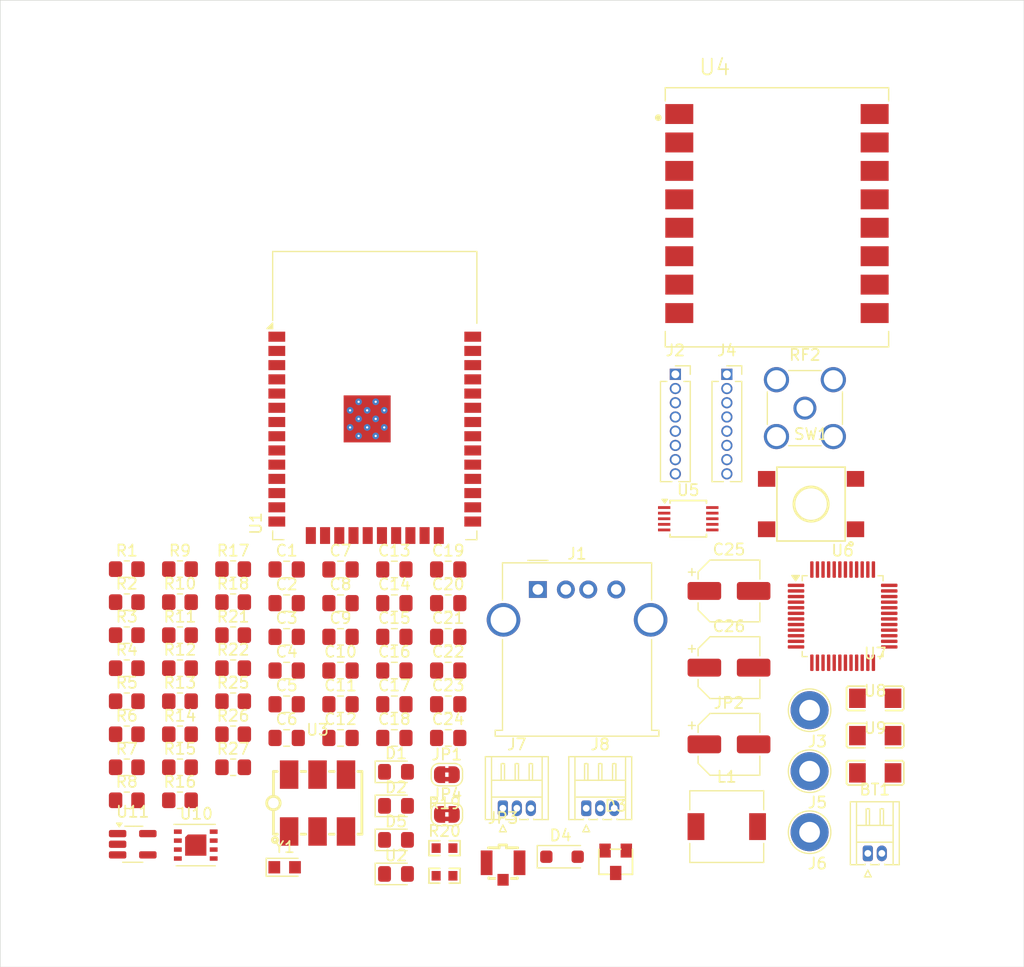
<source format=kicad_pcb>
(kicad_pcb (version 20240108) (generator "pcbnew") (generator_version "8.0")
  (layers (0 "F.Cu" signal) (31 "B.Cu" signal) (34 "B.Paste" user) (35 "F.Paste" user) (36 "B.SilkS" user "B.Silkscreen") (37 "F.SilkS" user "F.Silkscreen") (38 "B.Mask" user) (39 "F.Mask" user) (44 "Edge.Cuts" user))
  (net 0 "")
  (net 1 "GND")
  (net 2 "V_BAT")
  (net 3 "+3.3V")
  (net 4 "Net-(JP2-B)")
  (net 5 "Net-(JP4-B)")
  (net 6 "/{slash}RST")
  (net 7 "Net-(U6-VCCA)")
  (net 8 "Net-(U6-VPLL)")
  (net 9 "Net-(U6-VPHY)")
  (net 10 "Net-(U6-~{RESET})")
  (net 11 "Net-(U6-XCSI)")
  (net 12 "Net-(U6-XCSO)")
  (net 13 "/5V_usb")
  (net 14 "Net-(U10-REF)")
  (net 15 "5V_BAT")
  (net 16 "Net-(D1-A)")
  (net 17 "/BOOT")
  (net 18 "Net-(D2-A)")
  (net 19 "/dp")
  (net 20 "/dm")
  (net 21 "Net-(D4-A)")
  (net 22 "Net-(D5-K)")
  (net 23 "Net-(D5-A)")
  (net 24 "GNDPWR")
  (net 25 "/DIO5")
  (net 26 "/DIO1")
  (net 27 "/DIO4")
  (net 28 "/DIO2")
  (net 29 "/DIO0")
  (net 30 "/DIO3")
  (net 31 "/RX_SW")
  (net 32 "/TX_SW")
  (net 33 "/RST_L")
  (net 35 "/IRQ_Lum")
  (net 36 "Net-(JP3-SIG)")
  (net 37 "/SDA")
  (net 38 "/SCL")
  (net 39 "Net-(U3-TERM)")
  (net 40 "Net-(R10-Pad2)")
  (net 41 "/C")
  (net 42 "Net-(U6-ACBUS7)")
  (net 43 "Net-(U6-REF)")
  (net 44 "Net-(U10-LBI)")
  (net 45 "Net-(U10-~{LBO})")
  (net 46 "VCC_USB")
  (net 47 "Net-(U11-PROG)")
  (net 48 "Net-(U3-OUTPUT)")
  (net 55 "/MISO_L")
  (net 56 "/{slash}SS_L")
  (net 59 "/TXD")
  (net 60 "/MOSI_L")
  (net 63 "/{slash}SCK_L")
  (net 64 "/RXD")
  (net 79 "/ANT")
  (net 80 "/SCK_L")
  (net 81 "/{slash}SEL")
  (net 82 "/IO3")
  (net 90 "/RTS")
  (net 94 "/RST")
  (net 97 "/DTR")
  (footprint "Capacitor_SMD:C_0805_2012Metric_Pad1.18x1.45mm_HandSolder" (layer "F.Cu") (at 119.56 98.44)
    (property "Reference" "C5" (at 0 -1.68 0) (layer "F.SilkS"))
    (property "Value" "100nF")
    (pad "1" smd roundrect (at -1.0375 0) (size 1.175 1.45) (layers "F.Cu" "F.Paste" "F.Mask") (roundrect_rratio 0.212766) (net 5 "Net-(JP4-B)"))
    (pad "2" smd roundrect (at 1.0375 0) (size 1.175 1.45) (layers "F.Cu" "F.Paste" "F.Mask") (roundrect_rratio 0.212766) (net 1 "GND"))
  )
  (footprint "Capacitor_SMD:C_0805_2012Metric_Pad1.18x1.45mm_HandSolder" (layer "F.Cu") (at 124.37 92.42)
    (property "Reference" "C9" (at 0 -1.68 0) (layer "F.SilkS"))
    (property "Value" "100nF")
    (pad "1" smd roundrect (at -1.0375 0) (size 1.175 1.45) (layers "F.Cu" "F.Paste" "F.Mask") (roundrect_rratio 0.212766) (net 1 "GND"))
    (pad "2" smd roundrect (at 1.0375 0) (size 1.175 1.45) (layers "F.Cu" "F.Paste" "F.Mask") (roundrect_rratio 0.212766) (net 3 "+3.3V"))
  )
  (footprint "Capacitor_SMD:C_0805_2012Metric_Pad1.18x1.45mm_HandSolder" (layer "F.Cu") (at 133.99 89.41)
    (property "Reference" "C20" (at 0 -1.68 0) (layer "F.SilkS"))
    (property "Value" "10nF")
    (pad "1" smd roundrect (at -1.0375 0) (size 1.175 1.45) (layers "F.Cu" "F.Paste" "F.Mask") (roundrect_rratio 0.212766) (net 11 "Net-(U6-XCSI)"))
    (pad "2" smd roundrect (at 1.0375 0) (size 1.175 1.45) (layers "F.Cu" "F.Paste" "F.Mask") (roundrect_rratio 0.212766) (net 1 "GND"))
  )
  (footprint "Inductor_SMD:L_6.3x6.3_H3" (layer "F.Cu") (at 158.87 109.37)
    (property "Reference" "L1" (at 0 -4.45 0) (layer "F.SilkS"))
    (property "Value" "22uH")
    (pad "1" smd rect (at -2.75 0) (size 1.5 2.4) (layers "F.Cu" "F.Paste" "F.Mask") (net 2 "V_BAT"))
    (pad "2" smd rect (at 2.75 0) (size 1.5 2.4) (layers "F.Cu" "F.Paste" "F.Mask") (net 21 "Net-(D4-A)"))
  )
  (footprint "Capacitor_SMD:C_0805_2012Metric_Pad1.18x1.45mm_HandSolder" (layer "F.Cu") (at 129.18 86.4)
    (property "Reference" "C13" (at 0 -1.68 0) (layer "F.SilkS"))
    (property "Value" "100nF")
    (pad "1" smd roundrect (at -1.0375 0) (size 1.175 1.45) (layers "F.Cu" "F.Paste" "F.Mask") (roundrect_rratio 0.212766) (net 1 "GND"))
    (pad "2" smd roundrect (at 1.0375 0) (size 1.175 1.45) (layers "F.Cu" "F.Paste" "F.Mask") (roundrect_rratio 0.212766) (net 3 "+3.3V"))
  )
  (footprint "Capacitor_SMD:C_0805_2012Metric_Pad1.18x1.45mm_HandSolder" (layer "F.Cu") (at 124.37 98.44)
    (property "Reference" "C11" (at 0 -1.68 0) (layer "F.SilkS"))
    (property "Value" "100nF")
    (pad "1" smd roundrect (at -1.0375 0) (size 1.175 1.45) (layers "F.Cu" "F.Paste" "F.Mask") (roundrect_rratio 0.212766) (net 7 "Net-(U6-VCCA)"))
    (pad "2" smd roundrect (at 1.0375 0) (size 1.175 1.45) (layers "F.Cu" "F.Paste" "F.Mask") (roundrect_rratio 0.212766) (net 1 "GND"))
  )
  (footprint "Resistor_SMD:R_0805_2012Metric_Pad1.20x1.40mm_HandSolder" (layer "F.Cu") (at 105.28 92.27)
    (property "Reference" "R3" (at 0 -1.65 0) (layer "F.SilkS"))
    (property "Value" "4k7")
    (pad "1" smd roundrect (at -1 0) (size 1.2 1.4) (layers "F.Cu" "F.Paste" "F.Mask") (roundrect_rratio 0.208333) (net 3 "+3.3V"))
    (pad "2" smd roundrect (at 1 0) (size 1.2 1.4) (layers "F.Cu" "F.Paste" "F.Mask") (roundrect_rratio 0.208333) (net 38 "/SCL"))
  )
  (footprint "easyeda2kicad:R0603" (layer "F.Cu") (at 133.66 111.29)
    (property "Reference" "R19" (at 0 -4 0) (layer "F.SilkS"))
    (property "Value" "V5.5MLA0603NH")
    (pad "1" smd rect (at -0.75 0) (size 0.81 0.86) (layers "F.Cu" "F.Paste" "F.Mask") (net 24 "GNDPWR"))
    (pad "2" smd rect (at 0.75 0) (size 0.81 0.86) (layers "F.Cu" "F.Paste" "F.Mask") (net 13 "/5V_usb"))
  )
  (footprint "TestPoint:TestPoint_Loop_D2.50mm_Drill1.85mm" (layer "F.Cu") (at 166.27 98.97)
    (property "Reference" "J3" (at 0.7 2.8 0) (layer "F.SilkS"))
    (property "Value" "Conn_01x01")
    (pad "1" thru_hole circle (at 0 0) (size 3.4 3.4) (drill 1.85) (layers "*.Cu" "*.Mask") (net 6 "/{slash}RST"))
  )
  (footprint "Connector_PinSocket_1.27mm:PinSocket_1x08_P1.27mm_Vertical" (layer "F.Cu") (at 154.28 68.97)
    (property "Reference" "J2" (at 0 -2.135 0) (layer "F.SilkS"))
    (property "Value" "Conn_01x08")
    (pad "1" thru_hole rect (at 0 0) (size 1 1) (drill 0.7) (layers "*.Cu" "*.Mask") (net 29 "/DIO0"))
    (pad "2" thru_hole oval (at 0 1.27) (size 1 1) (drill 0.7) (layers "*.Cu" "*.Mask") (net 26 "/DIO1"))
    (pad "3" thru_hole oval (at 0 2.54) (size 1 1) (drill 0.7) (layers "*.Cu" "*.Mask") (net 28 "/DIO2"))
    (pad "4" thru_hole oval (at 0 3.81) (size 1 1) (drill 0.7) (layers "*.Cu" "*.Mask") (net 30 "/DIO3"))
    (pad "5" thru_hole oval (at 0 5.08) (size 1 1) (drill 0.7) (layers "*.Cu" "*.Mask") (net 27 "/DIO4"))
    (pad "6" thru_hole oval (at 0 6.35) (size 1 1) (drill 0.7) (layers "*.Cu" "*.Mask") (net 25 "/DIO5"))
    (pad "7" thru_hole oval (at 0 7.62) (size 1 1) (drill 0.7) (layers "*.Cu" "*.Mask") (net 1 "GND"))
    (pad "8" thru_hole oval (at 0 8.89) (size 1 1) (drill 0.7) (layers "*.Cu" "*.Mask") (net 1 "GND"))
  )
  (footprint "Resistor_SMD:R_0805_2012Metric_Pad1.20x1.40mm_HandSolder" (layer "F.Cu") (at 114.78 95.22)
    (property "Reference" "R22" (at 0 -1.65 0) (layer "F.SilkS"))
    (property "Value" "100k")
    (pad "1" smd roundrect (at -1 0) (size 1.2 1.4) (layers "F.Cu" "F.Paste" "F.Mask") (roundrect_rratio 0.208333) (net 1 "GND"))
    (pad "2" smd roundrect (at 1 0) (size 1.2 1.4) (layers "F.Cu" "F.Paste" "F.Mask") (roundrect_rratio 0.208333) (net 44 "Net-(U10-LBI)"))
  )
  (footprint "Resistor_SMD:R_0805_2012Metric_Pad1.20x1.40mm_HandSolder" (layer "F.Cu") (at 105.28 86.37)
    (property "Reference" "R1" (at 0 -1.65 0) (layer "F.SilkS"))
    (property "Value" "100k")
    (pad "1" smd roundrect (at -1 0) (size 1.2 1.4) (layers "F.Cu" "F.Paste" "F.Mask") (roundrect_rratio 0.208333) (net 1 "GND"))
    (pad "2" smd roundrect (at 1 0) (size 1.2 1.4) (layers "F.Cu" "F.Paste" "F.Mask") (roundrect_rratio 0.208333) (net 31 "/RX_SW"))
  )
  (footprint "Capacitor_SMD:C_0805_2012Metric_Pad1.18x1.45mm_HandSolder" (layer "F.Cu") (at 133.99 101.45)
    (property "Reference" "C24" (at 0 -1.68 0) (layer "F.SilkS"))
    (property "Value" "100nF")
    (pad "1" smd roundrect (at -1.0375 0) (size 1.175 1.45) (layers "F.Cu" "F.Paste" "F.Mask") (roundrect_rratio 0.212766) (net 1 "GND"))
    (pad "2" smd roundrect (at 1.0375 0) (size 1.175 1.45) (layers "F.Cu" "F.Paste" "F.Mask") (roundrect_rratio 0.212766) (net 15 "5V_BAT"))
  )
  (footprint "easyeda2kicad:R0603" (layer "F.Cu") (at 133.66 113.76)
    (property "Reference" "R20" (at 0 -4 0) (layer "F.SilkS"))
    (property "Value" "V5.5MLA0603NH")
    (pad "1" smd rect (at -0.75 0) (size 0.81 0.86) (layers "F.Cu" "F.Paste" "F.Mask") (net 24 "GNDPWR"))
    (pad "2" smd rect (at 0.75 0) (size 0.81 0.86) (layers "F.Cu" "F.Paste" "F.Mask") (net 1 "GND"))
  )
  (footprint "Resistor_SMD:R_0805_2012Metric_Pad1.20x1.40mm_HandSolder" (layer "F.Cu") (at 105.28 95.22)
    (property "Reference" "R4" (at 0 -1.65 0) (layer "F.SilkS"))
    (property "Value" "10k")
    (pad "1" smd roundrect (at -1 0) (size 1.2 1.4) (layers "F.Cu" "F.Paste" "F.Mask") (roundrect_rratio 0.208333) (net 3 "+3.3V"))
    (pad "2" smd roundrect (at 1 0) (size 1.2 1.4) (layers "F.Cu" "F.Paste" "F.Mask") (roundrect_rratio 0.208333) (net 1 "GND"))
  )
  (footprint "TestPoint:TestPoint_Loop_D2.50mm_Drill1.85mm" (layer "F.Cu") (at 166.27 104.42)
    (property "Reference" "J5" (at 0.7 2.8 0) (layer "F.SilkS"))
    (property "Value" "Conn_01x01")
    (pad "1" thru_hole circle (at 0 0) (size 3.4 3.4) (drill 1.85) (layers "*.Cu" "*.Mask") (net 2 "V_BAT"))
  )
  (footprint "TestPoint:TestPoint_Loop_D2.50mm_Drill1.85mm" (layer "F.Cu") (at 166.27 109.87)
    (property "Reference" "J6" (at 0.7 2.8 0) (layer "F.SilkS"))
    (property "Value" "Conn_01x01")
    (pad "1" thru_hole circle (at 0 0) (size 3.4 3.4) (drill 1.85) (layers "*.Cu" "*.Mask") (net 22 "Net-(D5-K)"))
  )
  (footprint "Capacitor_SMD:C_0805_2012Metric_Pad1.18x1.45mm_HandSolder" (layer "F.Cu") (at 124.37 86.4)
    (property "Reference" "C7" (at 0 -1.68 0) (layer "F.SilkS"))
    (property "Value" "100nF")
    (pad "1" smd roundrect (at -1.0375 0) (size 1.175 1.45) (layers "F.Cu" "F.Paste" "F.Mask") (roundrect_rratio 0.212766) (net 6 "/{slash}RST"))
    (pad "2" smd roundrect (at 1.0375 0) (size 1.175 1.45) (layers "F.Cu" "F.Paste" "F.Mask") (roundrect_rratio 0.212766) (net 1 "GND"))
  )
  (footprint "easyeda2kicad:L1206" (layer "F.Cu") (at 172.13 104.57)
    (property "Reference" "U9" (at 0 -4 0) (layer "F.SilkS"))
    (property "Value" "ILB1206ER260V")
    (pad "1" smd rect (at -1.59 0) (size 1.49 1.73) (layers "F.Cu" "F.Paste" "F.Mask") (net 13 "/5V_usb"))
    (pad "2" smd rect (at 1.59 0) (size 1.49 1.73) (layers "F.Cu" "F.Paste" "F.Mask") (net 46 "VCC_USB"))
  )
  (footprint "Resistor_SMD:R_0805_2012Metric_Pad1.20x1.40mm_HandSolder" (layer "F.Cu") (at 105.28 101.12)
    (property "Reference" "R6" (at 0 -1.65 0) (layer "F.SilkS"))
    (property "Value" "R")
    (pad "1" smd roundrect (at -1 0) (size 1.2 1.4) (layers "F.Cu" "F.Paste" "F.Mask") (roundrect_rratio 0.208333) (net 1 "GND"))
    (pad "2" smd roundrect (at 1 0) (size 1.2 1.4) (layers "F.Cu" "F.Paste" "F.Mask") (roundrect_rratio 0.208333) (net 39 "Net-(U3-TERM)"))
  )
  (footprint "Resistor_SMD:R_0805_2012Metric_Pad1.20x1.40mm_HandSolder" (layer "F.Cu") (at 105.28 104.07)
    (property "Reference" "R7" (at 0 -1.65 0) (layer "F.SilkS"))
    (property "Value" "270R")
    (pad "1" smd roundrect (at -1 0) (size 1.2 1.4) (layers "F.Cu" "F.Paste" "F.Mask") (roundrect_rratio 0.208333) (net 41 "/C"))
    (pad "2" smd roundrect (at 1 0) (size 1.2 1.4) (layers "F.Cu" "F.Paste" "F.Mask") (roundrect_rratio 0.208333) (net 40 "Net-(R10-Pad2)"))
  )
  (footprint "Resistor_SMD:R_0805_2012Metric_Pad1.20x1.40mm_HandSolder" (layer "F.Cu") (at 110.03 98.17)
    (property "Reference" "R13" (at 0 -1.65 0) (layer "F.SilkS"))
    (property "Value" "10k")
    (pad "1" smd roundrect (at -1 0) (size 1.2 1.4) (layers "F.Cu" "F.Paste" "F.Mask") (roundrect_rratio 0.208333) (net 3 "+3.3V"))
    (pad "2" smd roundrect (at 1 0) (size 1.2 1.4) (layers "F.Cu" "F.Paste" "F.Mask") (roundrect_rratio 0.208333) (net 6 "/{slash}RST"))
  )
  (footprint "Connector_USB:USB_A_Molex_67643_Horizontal" (layer "F.Cu") (at 141.998208 88.19)
    (property "Reference" "J1" (at 3.5 -3.19 0) (layer "F.SilkS"))
    (property "Value" "USB_A")
    (pad "1" thru_hole rect (at 0 0) (size 1.6 1.5) (drill 0.95) (layers "*.Cu" "*.Mask") (net 13 "/5V_usb"))
    (pad "2" thru_hole circle (at 2.5 0) (size 1.6 1.6) (drill 0.95) (layers "*.Cu" "*.Mask") (net 20 "/dm"))
    (pad "3" thru_hole circle (at 4.5 0) (size 1.6 1.6) (drill 0.95) (layers "*.Cu" "*.Mask") (net 19 "/dp"))
    (pad "4" thru_hole circle (at 7 0) (size 1.6 1.6) (drill 0.95) (layers "*.Cu" "*.Mask") (net 1 "GND"))
    (pad "5" thru_hole circle (at -3.07 2.71) (size 3 3) (drill 2.3) (layers "*.Cu" "*.Mask") (net 24 "GNDPWR"))
    (pad "5" thru_hole circle (at 10.07 2.71) (size 3 3) (drill 2.3) (layers "*.Cu" "*.Mask") (net 24 "GNDPWR"))
  )
  (footprint "Converter_DCDC:Converter_DCDC_Cyntec_MUN12AD01-SH" (layer "F.Cu") (at 111.44 111.02)
    (property "Reference" "U10" (at 0.05 -2.8 0) (layer "F.SilkS"))
    (property "Value" "MAX1674EUA+T")
    (pad "1" smd rect (at -1.6 -1.2) (size 0.7 0.4) (layers "F.Cu" "F.Paste" "F.Mask") (net 1 "GND"))
    (pad "2" smd rect (at -1.6 -0.4) (size 0.7 0.4) (layers "F.Cu" "F.Paste" "F.Mask") (net 44 "Net-(U10-LBI)"))
    (pad "3" smd rect (at -1.6 0.4) (size 0.7 0.4) (layers "F.Cu" "F.Paste" "F.Mask") (net 45 "Net-(U10-~{LBO})"))
    (pad "4" smd rect (at -1.6 1.2) (size 0.7 0.4) (layers "F.Cu" "F.Paste" "F.Mask") (net 14 "Net-(U10-REF)"))
    (pad "5" smd rect (at 1.6 1.2) (size 0.7 0.4) (layers "F.Cu" "F.Paste" "F.Mask") (net 15 "5V_BAT"))
    (pad "6" smd rect (at 1.6 0.4) (size 0.7 0.4) (layers "F.Cu" "F.Paste" "F.Mask") (net 1 "GND"))
    (pad "7" smd rect (at 1.6 -0.4) (size 0.7 0.4) (layers "F.Cu" "F.Paste" "F.Mask") (net 21 "Net-(D4-A)"))
    (pad "8" smd rect (at 1.6 -1.2) (size 0.7 0.4) (layers "F.Cu" "F.Paste" "F.Mask") (net 15 "5V_BAT"))
    (pad "9" smd custom (at 0 0) (size 1.9 1.4) (layers "F.Cu" "F.Mask") (options (clearance outline) (anchor rect)) (primitives (gr_poly (pts (xy 0.95 0.95) (xy -0.95 0.95) (xy -0.95 -0.7) (xy -0.7 -0.95) (xy 0.95 -0.95)) (width 0) (fill yes))))
  )
  (footprint "Capacitor_SMD:C_0805_2012Metric_Pad1.18x1.45mm_HandSolder" (layer "F.Cu") (at 133.99 92.42)
    (property "Reference" "C21" (at 0 -1.68 0) (layer "F.SilkS"))
    (property "Value" "10nF")
    (pad "1" smd roundrect (at -1.0375 0) (size 1.175 1.45) (layers "F.Cu" "F.Paste" "F.Mask") (roundrect_rratio 0.212766) (net 12 "Net-(U6-XCSO)"))
    (pad "2" smd roundrect (at 1.0375 0) (size 1.175 1.45) (layers "F.Cu" "F.Paste" "F.Mask") (roundrect_rratio 0.212766) (net 1 "GND"))
  )
  (footprint "Resistor_SMD:R_0805_2012Metric_Pad1.20x1.40mm_HandSolder" (layer "F.Cu") (at 114.78 98.17)
    (property "Reference" "R25" (at 0 -1.65 0) (layer "F.SilkS"))
    (property "Value" "100k")
    (pad "1" smd roundrect (at -1 0) (size 1.2 1.4) (layers "F.Cu" "F.Paste" "F.Mask") (roundrect_rratio 0.208333) (net 15 "5V_BAT"))
    (pad "2" smd roundrect (at 1 0) (size 1.2 1.4) (layers "F.Cu" "F.Paste" "F.Mask") (roundrect_rratio 0.208333) (net 45 "Net-(U10-~{LBO})"))
  )
  (footprint "Package_QFP:LQFP-48_7x7mm_P0.5mm" (layer "F.Cu") (at 169.22 90.57)
    (property "Reference" "U6" (at 0 -5.85 0) (layer "F.SilkS"))
    (property "Value" "FT232HL")
    (pad "1" smd roundrect (at -4.1625 -2.75) (size 1.475 0.3) (layers "F.Cu" "F.Paste" "F.Mask") (net 11 "Net-(U6-XCSI)"))
    (pad "2" smd roundrect (at -4.1625 -2.25) (size 1.475 0.3) (layers "F.Cu" "F.Paste" "F.Mask") (net 12 "Net-(U6-XCSO)"))
    (pad "3" smd roundrect (at -4.1625 -1.75) (size 1.475 0.3) (layers "F.Cu" "F.Paste" "F.Mask") (net 9 "Net-(U6-VPHY)"))
    (pad "4" smd roundrect (at -4.1625 -1.25) (size 1.475 0.3) (layers "F.Cu" "F.Paste" "F.Mask") (net 1 "GND"))
    (pad "5" smd roundrect (at -4.1625 -0.75) (size 1.475 0.3) (layers "F.Cu" "F.Paste" "F.Mask") (net 43 "Net-(U6-REF)"))
    (pad "6" smd roundrect (at -4.1625 -0.25) (size 1.475 0.3) (layers "F.Cu" "F.Paste" "F.Mask") (net 20 "/dm"))
    (pad "7" smd roundrect (at -4.1625 0.25) (size 1.475 0.3) (layers "F.Cu" "F.Paste" "F.Mask") (net 19 "/dp"))
    (pad "8" smd roundrect (at -4.1625 0.75) (size 1.475 0.3) (layers "F.Cu" "F.Paste" "F.Mask") (net 8 "Net-(U6-VPLL)"))
    (pad "9" smd roundrect (at -4.1625 1.25) (size 1.475 0.3) (layers "F.Cu" "F.Paste" "F.Mask") (net 1 "GND"))
    (pad "10" smd roundrect (at -4.1625 1.75) (size 1.475 0.3) (layers "F.Cu" "F.Paste" "F.Mask") (net 1 "GND"))
    (pad "11" smd roundrect (at -4.1625 2.25) (size 1.475 0.3) (layers "F.Cu" "F.Paste" "F.Mask") (net 1 "GND"))
    (pad "12" smd roundrect (at -4.1625 2.75) (size 1.475 0.3) (layers "F.Cu" "F.Paste" "F.Mask") (net 3 "+3.3V"))
    (pad "13" smd roundrect (at -2.75 4.1625) (size 0.3 1.475) (layers "F.Cu" "F.Paste" "F.Mask") (net 59 "/TXD"))
    (pad "14" smd roundrect (at -2.25 4.1625) (size 0.3 1.475) (layers "F.Cu" "F.Paste" "F.Mask") (net 64 "/RXD"))
    (pad "15" smd roundrect (at -1.75 4.1625) (size 0.3 1.475) (layers "F.Cu" "F.Paste" "F.Mask") (net 90 "/RTS"))
    (pad "16" smd roundrect (at -1.25 4.1625) (size 0.3 1.475) (layers "F.Cu" "F.Paste" "F.Mask"))
    (pad "17" smd roundrect (at -0.75 4.1625) (size 0.3 1.475) (layers "F.Cu" "F.Paste" "F.Mask") (net 97 "/DTR"))
    (pad "18" smd roundrect (at -0.25 4.1625) (size 0.3 1.475) (layers "F.Cu" "F.Paste" "F.Mask"))
    (pad "19" smd roundrect (at 0.25 4.1625) (size 0.3 1.475) (layers "F.Cu" "F.Paste" "F.Mask") (net 17 "/BOOT"))
    (pad "20" smd roundrect (at 0.75 4.1625) (size 0.3 1.475) (layers "F.Cu" "F.Paste" "F.Mask") (net 94 "/RST"))
    (pad "21" smd roundrect (at 1.25 4.1625) (size 0.3 1.475) (layers "F.Cu" "F.Paste" "F.Mask"))
    (pad "22" smd roundrect (at 1.75 4.1625) (size 0.3 1.475) (layers "F.Cu" "F.Paste" "F.Mask") (net 1 "GND"))
    (pad "23" smd roundrect (at 2.25 4.1625) (size 0.3 1.475) (layers "F.Cu" "F.Paste" "F.Mask") (net 1 "GND"))
    (pad "24" smd roundrect (at 2.75 4.1625) (size 0.3 1.475) (layers "F.Cu" "F.Paste" "F.Mask") (net 3 "+3.3V"))
    (pad "25" smd roundrect (at 4.1625 2.75) (size 1.475 0.3) (layers "F.Cu" "F.Paste" "F.Mask"))
    (pad "26" smd roundrect (at 4.1625 2.25) (size 1.475 0.3) (layers "F.Cu" "F.Paste" "F.Mask"))
    (pad "27" smd roundrect (at 4.1625 1.75) (size 1.475 0.3) (layers "F.Cu" "F.Paste" "F.Mask"))
    (pad "28" smd roundrect (at 4.1625 1.25) (size 1.475 0.3) (layers "F.Cu" "F.Paste" "F.Mask"))
    (pad "29" smd roundrect (at 4.1625 0.75) (size 1.475 0.3) (layers "F.Cu" "F.Paste" "F.Mask"))
    (pad "30" smd roundrect (at 4.1625 0.25) (size 1.475 0.3) (layers "F.Cu" "F.Paste" "F.Mask"))
    (pad "31" smd roundrect (at 4.1625 -0.25) (size 1.475 0.3) (layers "F.Cu" "F.Paste" "F.Mask") (net 42 "Net-(U6-ACBUS7)"))
    (pad "32" smd roundrect (at 4.1625 -0.75) (size 1.475 0.3) (layers "F.Cu" "F.Paste" "F.Mask"))
    (pad "33" smd roundrect (at 4.1625 -1.25) (size 1.475 0.3) (layers "F.Cu" "F.Paste" "F.Mask"))
    (pad "34" smd roundrect (at 4.1625 -1.75) (size 1.475 0.3) (layers "F.Cu" "F.Paste" "F.Mask") (net 10 "Net-(U6-~{RESET})"))
    (pad "35" smd roundrect (at 4.1625 -2.25) (size 1.475 0.3) (layers "F.Cu" "F.Paste" "F.Mask") (net 1 "GND"))
    (pad "36" smd roundrect (at 4.1625 -2.75) (size 1.475 0.3) (layers "F.Cu" "F.Paste" "F.Mask") (net 1 "GND"))
    (pad "37" smd roundrect (at 2.75 -4.1625) (size 0.3 1.475) (layers "F.Cu" "F.Paste" "F.Mask") (net 7 "Net-(U6-VCCA)"))
    (pad "38" smd roundrect (at 2.25 -4.1625) (size 0.3 1.475) (layers "F.Cu" "F.Paste" "F.Mask") (net 7 "Net-(U6-VCCA)"))
    (pad "39" smd roundrect (at 1.75 -4.1625) (size 0.3 1.475) (layers "F.Cu" "F.Paste" "F.Mask") (net 3 "+3.3V"))
    (pad "40" smd roundrect (at 1.25 -4.1625) (size 0.3 1.475) (layers "F.Cu" "F.Paste" "F.Mask") (net 3 "+3.3V"))
    (pad "41" smd roundrect (at 0.75 -4.1625) (size 0.3 1.475) (layers "F.Cu" "F.Paste" "F.Mask") (net 1 "GND"))
    (pad "42" smd roundrect (at 0.25 -4.1625) (size 0.3 1.475) (layers "F.Cu" "F.Paste" "F.Mask") (net 1 "GND"))
    (pad "43" smd roundrect (at -0.25 -4.1625) (size 0.3 1.475) (layers "F.Cu" "F.Paste" "F.Mask"))
    (pad "44" smd roundrect (at -0.75 -4.1625) (size 0.3 1.475) (layers "F.Cu" "F.Paste" "F.Mask"))
    (pad "45" smd roundrect (at -1.25 -4.1625) (size 0.3 1.475) (layers "F.Cu" "F.Paste" "F.Mask"))
    (pad "46" smd roundrect (at -1.75 -4.1625) (size 0.3 1.475) (layers "F.Cu" "F.Paste" "F.Mask") (net 3 "+3.3V"))
    (pad "47" smd roundrect (at -2.25 -4.1625) (size 0.3 1.475) (layers "F.Cu" "F.Paste" "F.Mask") (net 1 "GND"))
    (pad "48" smd roundrect (at -2.75 -4.1625) (size 0.3 1.475) (layers "F.Cu" "F.Paste" "F.Mask") (net 1 "GND"))
  )
  (footprint "Resistor_SMD:R_0805_2012Metric_Pad1.20x1.40mm_HandSolder" (layer "F.Cu") (at 114.78 104.07)
    (property "Reference" "R27" (at 0 -1.65 0) (layer "F.SilkS"))
    (property "Value" "2k")
    (pad "1" smd roundrect (at -1 0) (size 1.2 1.4) (layers "F.Cu" "F.Paste" "F.Mask") (roundrect_rratio 0.208333) (net 47 "Net-(U11-PROG)"))
    (pad "2" smd roundrect (at 1 0) (size 1.2 1.4) (layers "F.Cu" "F.Paste" "F.Mask") (roundrect_rratio 0.208333) (net 1 "GND"))
  )
  (footprint "Resistor_SMD:R_0805_2012Metric_Pad1.20x1.40mm_HandSolder" (layer "F.Cu") (at 110.03 104.07)
    (property "Reference" "R15" (at 0 -1.65 0) (layer "F.SilkS"))
    (property "Value" "470R")
    (pad "1" smd roundrect (at -1 0) (size 1.2 1.4) (layers "F.Cu" "F.Paste" "F.Mask") (roundrect_rratio 0.208333) (net 3 "+3.3V"))
    (pad "2" smd roundrect (at 1 0) (size 1.2 1.4) (layers "F.Cu" "F.Paste" "F.Mask") (roundrect_rratio 0.208333) (net 18 "Net-(D2-A)"))
  )
  (footprint "Connector_PinSocket_1.27mm:PinSocket_1x08_P1.27mm_Vertical" (layer "F.Cu") (at 158.88 68.97)
    (property "Reference" "J4" (at 0 -2.135 0) (layer "F.SilkS"))
    (property "Value" "Conn_01x04")
    (pad "1" thru_hole rect (at 0 0) (size 1 1) (drill 0.7) (layers "*.Cu" "*.Mask") (net 33 "/RST_L"))
    (pad "2" thru_hole oval (at 0 1.27) (size 1 1) (drill 0.7) (layers "*.Cu" "*.Mask") (net 32 "/TX_SW"))
    (pad "3" thru_hole oval (at 0 2.54) (size 1 1) (drill 0.7) (layers "*.Cu" "*.Mask") (net 31 "/RX_SW"))
    (pad "4" thru_hole oval (at 0 3.81) (size 1 1) (drill 0.7) (layers "*.Cu" "*.Mask") (net 1 "GND"))
    (pad "5" thru_hole oval (at 0 5.08) (size 1 1) (drill 0.7) (layers "*.Cu" "*.Mask"))
    (pad "6" thru_hole oval (at 0 6.35) (size 1 1) (drill 0.7) (layers "*.Cu" "*.Mask"))
    (pad "7" thru_hole oval (at 0 7.62) (size 1 1) (drill 0.7) (layers "*.Cu" "*.Mask"))
    (pad "8" thru_hole oval (at 0 8.89) (size 1 1) (drill 0.7) (layers "*.Cu" "*.Mask"))
  )
  (footprint "Resistor_SMD:R_0805_2012Metric_Pad1.20x1.40mm_HandSolder" (layer "F.Cu") (at 105.28 107.02)
    (property "Reference" "R8" (at 0 -1.65 0) (layer "F.SilkS"))
    (property "Value" "68R")
    (pad "1" smd roundrect (at -1 0) (size 1.2 1.4) (layers "F.Cu" "F.Paste" "F.Mask") (roundrect_rratio 0.208333) (net 1 "GND"))
    (pad "2" smd roundrect (at 1 0) (size 1.2 1.4) (layers "F.Cu" "F.Paste" "F.Mask") (roundrect_rratio 0.208333) (net 41 "/C"))
  )
  (footprint "Resistor_SMD:R_0805_2012Metric_Pad1.20x1.40mm_HandSolder" (layer "F.Cu") (at 110.03 86.37)
    (property "Reference" "R9" (at 0 -1.65 0) (layer "F.SilkS"))
    (property "Value" "68R")
    (pad "1" smd roundrect (at -1 0) (size 1.2 1.4) (layers "F.Cu" "F.Paste" "F.Mask") (roundrect_rratio 0.208333) (net 1 "GND"))
    (pad "2" smd roundrect (at 1 0) (size 1.2 1.4) (layers "F.Cu" "F.Paste" "F.Mask") (roundrect_rratio 0.208333) (net 40 "Net-(R10-Pad2)"))
  )
  (footprint "Capacitor_SMD:C_0805_2012Metric_Pad1.18x1.45mm_HandSolder" (layer "F.Cu") (at 119.56 101.45)
    (property "Reference" "C6" (at 0 -1.68 0) (layer "F.SilkS"))
    (property "Value" "10uF")
    (pad "1" smd roundrect (at -1.0375 0) (size 1.175 1.45) (layers "F.Cu" "F.Paste" "F.Mask") (roundrect_rratio 0.212766) (net 5 "Net-(JP4-B)"))
    (pad "2" smd roundrect (at 1.0375 0) (size 1.175 1.45) (layers "F.Cu" "F.Paste" "F.Mask") (roundrect_rratio 0.212766) (net 1 "GND"))
  )
  (footprint "LED_SMD:LED_0805_2012Metric_Pad1.15x1.40mm_HandSolder" (layer "F.Cu") (at 129.325 113.595)
    (property "Reference" "U2" (at 0 -1.65 0) (layer "F.SilkS"))
    (property "Value" "~")
    (pad "1" smd roundrect (at -1.025 0) (size 1.15 1.4) (layers "F.Cu" "F.Paste" "F.Mask") (roundrect_rratio 0.217391) (net 3 "+3.3V"))
    (pad "2" smd roundrect (at 1.025 0) (size 1.15 1.4) (layers "F.Cu" "F.Paste" "F.Mask") (roundrect_rratio 0.217391) (net 38 "/SCL"))
  )
  (footprint "Connector_Hirose:Hirose_DF13-02P-1.25DS_1x02_P1.25mm_Horizontal" (layer "F.Cu") (at 171.47 111.76)
    (property "Reference" "BT1" (at 0.62 -5.7 0) (layer "F.SilkS"))
    (property "Value" "Battery")
    (pad "1" thru_hole roundrect (at 0 0) (size 0.9 1.4) (drill 0.6) (layers "*.Cu" "*.Mask") (net 2 "V_BAT"))
    (pad "2" thru_hole oval (at 1.25 0) (size 0.9 1.4) (drill 0.6) (layers "*.Cu" "*.Mask") (net 1 "GND"))
  )
  (footprint "Connector_Hirose:Hirose_DF13-03P-1.25DS_1x03_P1.25mm_Horizontal" (layer "F.Cu") (at 138.87 107.73)
    (property "Reference" "J7" (at 1.25 -5.7 0) (layer "F.SilkS"))
    (property "Value" "Conn_01x03")
    (pad "1" thru_hole roundrect (at 0 0) (size 0.9 1.4) (drill 0.6) (layers "*.Cu" "*.Mask") (net 2 "V_BAT"))
    (pad "2" thru_hole oval (at 1.25 0) (size 0.9 1.4) (drill 0.6) (layers "*.Cu" "*.Mask") (net 2 "V_BAT"))
    (pad "3" thru_hole oval (at 2.5 0) (size 0.9 1.4) (drill 0.6) (layers "*.Cu" "*.Mask") (net 1 "GND"))
  )
  (footprint "Resistor_SMD:R_0805_2012Metric_Pad1.20x1.40mm_HandSolder" (layer "F.Cu") (at 114.78 89.32)
    (property "Reference" "R18" (at 0 -1.65 0) (layer "F.SilkS"))
    (property "Value" "10k")
    (pad "1" smd roundrect (at -1 0) (size 1.2 1.4) (layers "F.Cu" "F.Paste" "F.Mask") (roundrect_rratio 0.208333) (net 1 "GND"))
    (pad "2" smd roundrect (at 1 0) (size 1.2 1.4) (layers "F.Cu" "F.Paste" "F.Mask") (roundrect_rratio 0.208333) (net 43 "Net-(U6-REF)"))
  )
  (footprint "Package_SO:TSSOP-10_3x3mm_P0.5mm" (layer "F.Cu") (at 155.43 81.87)
    (property "Reference" "U5" (at 0 -2.55 0) (layer "F.SilkS"))
    (property "Value" "PCA9537DP")
    (pad "1" smd rect (at -2.15 -1) (size 1.1 0.25) (layers "F.Cu" "F.Paste" "F.Mask") (net 32 "/TX_SW"))
    (pad "2" smd rect (at -2.15 -0.5) (size 1.1 0.25) (layers "F.Cu" "F.Paste" "F.Mask") (net 33 "/RST_L"))
    (pad "3" smd rect (at -2.15 0) (size 1.1 0.25) (layers "F.Cu" "F.Paste" "F.Mask") (net 31 "/RX_SW"))
    (pad "4" smd rect (at -2.15 0.5) (size 1.1 0.25) (layers "F.Cu" "F.Paste" "F.Mask") (net 82 "/IO3"))
    (pad "5" smd rect (at -2.15 1) (size 1.1 0.25) (layers "F.Cu" "F.Paste" "F.Mask") (net 1 "GND"))
    (pad "6" smd rect (at 2.15 1) (size 1.1 0.25) (layers "F.Cu" "F.Paste" "F.Mask") (net 6 "/{slash}RST"))
    (pad "7" smd rect (at 2.15 0.5) (size 1.1 0.25) (layers "F.Cu" "F.Paste" "F.Mask"))
    (pad "8" smd rect (at 2.15 0) (size 1.1 0.25) (layers "F.Cu" "F.Paste" "F.Mask") (net 38 "/SCL"))
    (pad "9" smd rect (at 2.15 -0.5) (size 1.1 0.25) (layers "F.Cu" "F.Paste" "F.Mask") (net 37 "/SDA"))
    (pad "10" smd rect (at 2.15 -1) (size 1.1 0.25) (layers "F.Cu" "F.Paste" "F.Mask") (net 3 "+3.3V"))
  )
  (footprint "My_symbols:XCVR_RF-LORA-868-SO" (layer "F.Cu") (at 163.355 54.945)
    (property "Reference" "U4" (at -5.561925 -13.405815 0) (layer "F.SilkS") (effects (font (size 1.401756 1.401756))))
    (property "Value" "RF-LORA-868-SO")
    (pad "1" smd rect (at -8.725 -9.225) (size 2.5 1.78) (layers "F.Cu" "F.Paste" "F.Mask") (net 79 "/ANT"))
    (pad "2" smd rect (at -8.725 -6.685) (size 2.5 1.78) (layers "F.Cu" "F.Paste" "F.Mask") (net 1 "GND"))
    (pad "3" smd rect (at -8.725 -4.145) (size 2.5 1.78) (layers "F.Cu" "F.Paste" "F.Mask") (net 4 "Net-(JP2-B)"))
    (pad "4" smd rect (at -8.725 -1.605) (size 2.5 1.78) (layers "F.Cu" "F.Paste" "F.Mask") (net 31 "/RX_SW"))
    (pad "5" smd rect (at -8.725 0.935) (size 2.5 1.78) (layers "F.Cu" "F.Paste" "F.Mask") (net 32 "/TX_SW"))
    (pad "6" smd rect (at -8.725 3.475) (size 2.5 1.78) (layers "F.Cu" "F.Paste" "F.Mask") (net 29 "/DIO0"))
    (pad "7" smd rect (at -8.725 6.015) (size 2.5 1.78) (layers "F.Cu" "F.Paste" "F.Mask") (net 26 "/DIO1"))
    (pad "8" smd rect (at -8.725 8.555) (size 2.5 1.78) (layers "F.Cu" "F.Paste" "F.Mask") (net 28 "/DIO2"))
    (pad "9" smd rect (at 8.725 8.555) (size 2.5 1.78) (layers "F.Cu" "F.Paste" "F.Mask") (net 25 "/DIO5"))
    (pad "10" smd rect (at 8.725 6.015) (size 2.5 1.78) (layers "F.Cu" "F.Paste" "F.Mask") (net 27 "/DIO4"))
    (pad "11" smd rect (at 8.725 3.475) (size 2.5 1.78) (layers "F.Cu" "F.Paste" "F.Mask") (net 30 "/DIO3"))
    (pad "12" smd rect (at 8.725 0.935) (size 2.5 1.78) (layers "F.Cu" "F.Paste" "F.Mask") (net 33 "/RST_L"))
    (pad "13" smd rect (at 8.725 -1.605) (size 2.5 1.78) (layers "F.Cu" "F.Paste" "F.Mask") (net 80 "/SCK_L"))
    (pad "14" smd rect (at 8.725 -4.145) (size 2.5 1.78) (layers "F.Cu" "F.Paste" "F.Mask") (net 60 "/MOSI_L"))
    (pad "15" smd rect (at 8.725 -6.685) (size 2.5 1.78) (layers "F.Cu" "F.Paste" "F.Mask") (net 55 "/MISO_L"))
    (pad "16" smd rect (at 8.725 -9.225) (size 2.5 1.78) (layers "F.Cu" "F.Paste" "F.Mask") (net 81 "/{slash}SEL"))
  )
  (footprint "Capacitor_SMD:C_0805_2012Metric_Pad1.18x1.45mm_HandSolder" (layer "F.Cu") (at 124.37 95.43)
    (property "Reference" "C10" (at 0 -1.68 0) (layer "F.SilkS"))
    (property "Value" "100nF")
    (pad "1" smd roundrect (at -1.0375 0) (size 1.175 1.45) (layers "F.Cu" "F.Paste" "F.Mask") (roundrect_rratio 0.212766) (net 3 "+3.3V"))
    (pad "2" smd roundrect (at 1.0375 0) (size 1.175 1.45) (layers "F.Cu" "F.Paste" "F.Mask") (roundrect_rratio 0.212766) (net 1 "GND"))
  )
  (footprint "Jumper:SolderJumper-2_P1.3mm_Bridged2Bar_RoundedPad1.0x1.5mm" (layer "F.Cu") (at 133.87 108.28)
    (property "Reference" "JP4" (at 0 -1.8 0) (layer "F.SilkS"))
    (property "Value" "Jumper_2_Open")
    (fp_poly (pts (xy -0.25 -0.6) (xy 0.25 -0.6) (xy 0.25 -0.2) (xy -0.25 -0.2)) (fill solid) (layer "F.Cu"))
    (fp_poly (pts (xy -0.25 0.2) (xy 0.25 0.2) (xy 0.25 0.6) (xy -0.25 0.6)) (fill solid) (layer "F.Cu"))
    (pad "1" smd custom (at -0.65 0) (size 1 0.5) (layers "F.Cu" "F.Mask") (net 3 "+3.3V") (options (clearance outline) (anchor rect)) (primitives (gr_circle (center 0 0.25) (end 0.5 0.25) (width 0) (fill yes)) (gr_circle (center 0 -0.25) (end 0.5 -0.25) (width 0) (fill yes)) (gr_poly (pts (xy 0.5 0.75) (xy 0 0.75) (xy 0 -0.75) (xy 0.5 -0.75)) (width 0) (fill yes))))
    (pad "2" smd custom (at 0.65 0) (size 1 0.5) (layers "F.Cu" "F.Mask") (net 5 "Net-(JP4-B)") (options (clearance outline) (anchor rect)) (primitives (gr_circle (center 0 0.25) (end 0.5 0.25) (width 0) (fill yes)) (gr_circle (center 0 -0.25) (end 0.5 -0.25) (width 0) (fill yes)) (gr_poly (pts (xy 0 0.75) (xy -0.5 0.75) (xy -0.5 -0.75) (xy 0 -0.75)) (width 0) (fill yes))))
  )
  (footprint "Resistor_SMD:R_0805_2012Metric_Pad1.20x1.40mm_HandSolder" (layer "F.Cu") (at 114.78 101.12)
    (property "Reference" "R26" (at 0 -1.65 0) (layer "F.SilkS"))
    (property "Value" "1.5k")
    (pad "1" smd roundrect (at -1 0) (size 1.2 1.4) (layers "F.Cu" "F.Paste" "F.Mask") (roundrect_rratio 0.208333) (net 46 "VCC_USB"))
    (pad "2" smd roundrect (at 1 0) (size 1.2 1.4) (layers "F.Cu" "F.Paste" "F.Mask") (roundrect_rratio 0.208333) (net 23 "Net-(D5-A)"))
  )
  (footprint "easyeda2kicad:KEY-SMD_4P-L6.6-W6.0-P4.50-LS9.0-BR" (layer "F.Cu") (at 166.4 80.56)
    (property "Reference" "SW1" (at 0 -6.25 0) (layer "F.SilkS"))
    (property "Value" "B3S-1000P")
    (pad "1" smd rect (at 3.97 2.25) (size 1.55 1.41) (layers "F.Cu" "F.Paste" "F.Mask") (net 1 "GND"))
    (pad "2" smd rect (at -3.97 2.25) (size 1.55 1.41) (layers "F.Cu" "F.Paste" "F.Mask") (net 1 "GND"))
    (pad "3" smd rect (at 3.97 -2.25) (size 1.55 1.41) (layers "F.Cu" "F.Paste" "F.Mask") (net 6 "/{slash}RST"))
    (pad "4" smd rect (at -3.97 -2.25) (size 1.55 1.41) (layers "F.Cu" "F.Paste" "F.Mask") (net 6 "/{slash}RST"))
  )
  (footprint "Capacitor_SMD:C_0805_2012Metric_Pad1.18x1.45mm_HandSolder" (layer "F.Cu") (at 133.99 95.43)
    (property "Reference" "C22" (at 0 -1.68 0) (layer "F.SilkS"))
    (property "Value" "10uF")
    (pad "1" smd roundrect (at -1.0375 0) (size 1.175 1.45) (layers "F.Cu" "F.Paste" "F.Mask") (roundrect_rratio 0.212766) (net 13 "/5V_usb"))
    (pad "2" smd roundrect (at 1.0375 0) (size 1.175 1.45) (layers "F.Cu" "F.Paste" "F.Mask") (roundrect_rratio 0.212766) (net 1 "GND"))
  )
  (footprint "Capacitor_SMD:C_0805_2012Metric_Pad1.18x1.45mm_HandSolder" (layer "F.Cu") (at 129.18 92.42)
    (property "Reference" "C15" (at 0 -1.68 0) (layer "F.SilkS"))
    (property "Value" "100nF")
    (pad "1" smd roundrect (at -1.0375 0) (size 1.175 1.45) (layers "F.Cu" "F.Paste" "F.Mask") (roundrect_rratio 0.212766) (net 8 "Net-(U6-VPLL)"))
    (pad "2" smd roundrect (at 1.0375 0) (size 1.175 1.45) (layers "F.Cu" "F.Paste" "F.Mask") (roundrect_rratio 0.212766) (net 1 "GND"))
  )
  (footprint "Capacitor_SMD:C_0805_2012Metric_Pad1.18x1.45mm_HandSolder" (layer "F.Cu") (at 119.56 92.42)
    (property "Reference" "C3" (at 0 -1.68 0) (layer "F.SilkS"))
    (property "Value" "100nF")
    (pad "1" smd roundrect (at -1.0375 0) (size 1.175 1.45) (layers "F.Cu" "F.Paste" "F.Mask") (roundrect_rratio 0.212766) (net 3 "+3.3V"))
    (pad "2" smd roundrect (at 1.0375 0) (size 1.175 1.45) (layers "F.Cu" "F.Paste" "F.Mask") (roundrect_rratio 0.212766) (net 1 "GND"))
  )
  (footprint "Capacitor_SMD:C_0805_2012Metric_Pad1.18x1.45mm_HandSolder" (layer "F.Cu") (at 124.37 89.41)
    (property "Reference" "C8" (at 0 -1.68 0) (layer "F.SilkS"))
    (property "Value" "100nF")
    (pad "1" smd roundrect (at -1.0375 0) (size 1.175 1.45) (layers "F.Cu" "F.Paste" "F.Mask") (roundrect_rratio 0.212766) (net 3 "+3.3V"))
    (pad "2" smd roundrect (at 1.0375 0) (size 1.175 1.45) (layers "F.Cu" "F.Paste" "F.Mask") (roundrect_rratio 0.212766) (net 1 "GND"))
  )
  (footprint "Package_TO_SOT_SMD:SOT-23-5_HandSoldering" (layer "F.Cu") (at 105.81 110.945)
    (property "Reference" "U11" (at 0 -2.9 0) (layer "F.SilkS"))
    (property "Value" "MCP73831-2-MC")
    (pad "1" smd roundrect (at -1.35 -0.95) (size 1.56 0.65) (layers "F.Cu" "F.Paste" "F.Mask") (net 46 "VCC_USB"))
    (pad "2" smd roundrect (at -1.35 0) (size 1.56 0.65) (layers "F.Cu" "F.Paste" "F.Mask") (net 46 "VCC_USB"))
    (pad "3" smd roundrect (at -1.35 0.95) (size 1.56 0.65) (layers "F.Cu" "F.Paste" "F.Mask") (net 2 "V_BAT"))
    (pad "4" smd roundrect (at 1.35 0.95) (size 1.56 0.65) (layers "F.Cu" "F.Paste" "F.Mask") (net 2 "V_BAT"))
    (pad "5" smd roundrect (at 1.35 -0.95) (size 1.56 0.65) (layers "F.Cu" "F.Paste" "F.Mask") (net 22 "Net-(D5-K)"))
  )
  (footprint "Resistor_SMD:R_0805_2012Metric_Pad1.20x1.40mm_HandSolder" (layer "F.Cu") (at 105.28 89.32)
    (property "Reference" "R2" (at 0 -1.65 0) (layer "F.SilkS"))
    (property "Value" "4k7")
    (pad "1" smd roundrect (at -1 0) (size 1.2 1.4) (layers "F.Cu" "F.Paste" "F.Mask") (roundrect_rratio 0.208333) (net 3 "+3.3V"))
    (pad "2" smd roundrect (at 1 0) (size 1.2 1.4) (layers "F.Cu" "F.Paste" "F.Mask") (roundrect_rratio 0.208333) (net 37 "/SDA"))
  )
  (footprint "Diode_SMD:D_SOD-123F" (layer "F.Cu") (at 144.155 112.06)
    (property "Reference" "D4" (at -0.127 -1.905 0) (layer "F.SilkS"))
    (property "Value" "MBR0520LT")
    (pad "1" smd roundrect (at -1.4 0) (size 1.1 1.1) (layers "F.Cu" "F.Paste" "F.Mask") (roundrect_rratio 0.2272727273) (net 15 "5V_BAT"))
    (pad "2" smd roundrect (at 1.4 0) (size 1.1 1.1) (layers "F.Cu" "F.Paste" "F.Mask") (roundrect_rratio 0.2272727273) (net 21 "Net-(D4-A)"))
  )
  (footprint "easyeda2kicad:L1206" (layer "F.Cu") (at 172.13 101.24)
    (property "Reference" "U8" (at 0 -4 0) (layer "F.SilkS"))
    (property "Value" "ILB1206ER260V")
    (pad "1" smd rect (at -1.59 0) (size 1.49 1.73) (layers "F.Cu" "F.Paste" "F.Mask") (net 3 "+3.3V"))
    (pad "2" smd rect (at 1.59 0) (size 1.49 1.73) (layers "F.Cu" "F.Paste" "F.Mask") (net 8 "Net-(U6-VPLL)"))
  )
  (footprint "Capacitor_SMD:C_0805_2012Metric_Pad1.18x1.45mm_HandSolder" (layer "F.Cu") (at 129.18 98.44)
    (property "Reference" "C17" (at 0 -1.68 0) (layer "F.SilkS"))
    (property "Value" "10uF")
    (pad "1" smd roundrect (at -1.0375 0) (size 1.175 1.45) (layers "F.Cu" "F.Paste" "F.Mask") (roundrect_rratio 0.212766) (net 9 "Net-(U6-VPHY)"))
    (pad "2" smd roundrect (at 1.0375 0) (size 1.175 1.45) (layers "F.Cu" "F.Paste" "F.Mask") (roundrect_rratio 0.212766) (net 1 "GND"))
  )
  (footprint "Capacitor_SMD:C_0805_2012Metric_Pad1.18x1.45mm_HandSolder" (layer "F.Cu") (at 119.56 86.4)
    (property "Reference" "C1" (at 0 -1.68 0) (layer "F.SilkS"))
    (property "Value" "100nF")
    (pad "1" smd roundrect (at -1.0375 0) (size 1.175 1.45) (layers "F.Cu" "F.Paste" "F.Mask") (roundrect_rratio 0.212766) (net 3 "+3.3V"))
    (pad "2" smd roundrect (at 1.0375 0) (size 1.175 1.45) (layers "F.Cu" "F.Paste" "F.Mask") (roundrect_rratio 0.212766) (net 1 "GND"))
  )
  (footprint "easyeda2kicad:RF-SMD_FRF05002-JSS103M" (layer "F.Cu") (at 138.89 113.36)
    (property "Reference" "JP3" (at 0 -4.76 0) (layer "F.SilkS"))
    (property "Value" "U.FL-R-SMT-1(80)")
    (pad "1" smd rect (at 0 0.76) (size 1 1.05) (layers "F.Cu" "F.Paste" "F.Mask") (net 36 "Net-(JP3-SIG)"))
    (pad "2" smd rect (at -1.47 -0.76) (size 1.05 2.2) (layers "F.Cu" "F.Paste" "F.Mask") (net 1 "GND"))
    (pad "3" smd rect (at 1.47 -0.76) (size 1.05 2.2) (layers "F.Cu" "F.Paste" "F.Mask") (net 1 "GND"))
  )
  (footprint "Crystal:Crystal_SMD_2012-2Pin_2.0x1.2mm_HandSoldering" (layer "F.Cu") (at 119.38 113)
    (property "Reference" "Y1" (at 0 -1.8 0) (layer "F.SilkS"))
    (property "Value" "12MHz")
    (pad "1" smd rect (at -0.925 0) (size 1.05 1.1) (layers "F.Cu" "F.Paste" "F.Mask") (net 12 "Net-(U6-XCSO)"))
    (pad "2" smd rect (at 0.925 0) (size 1.05 1.1) (layers "F.Cu" "F.Paste" "F.Mask") (net 11 "Net-(U6-XCSI)"))
  )
  (footprint "Capacitor_SMD:C_0805_2012Metric_Pad1.18x1.45mm_HandSolder" (layer "F.Cu") (at 124.37 101.45)
    (property "Reference" "C12" (at 0 -1.68 0) (layer "F.SilkS"))
    (property "Value" "3.3uF")
    (pad "1" smd roundrect (at -1.0375 0) (size 1.175 1.45) (layers "F.Cu" "F.Paste" "F.Mask") (roundrect_rratio 0.212766) (net 7 "Net-(U6-VCCA)"))
    (pad "2" smd roundrect (at 1.0375 0) (size 1.175 1.45) (layers "F.Cu" "F.Paste" "F.Mask") (roundrect_rratio 0.212766) (net 1 "GND"))
  )
  (footprint "Resistor_SMD:R_0805_2012Metric_Pad1.20x1.40mm_HandSolder" (layer "F.Cu") (at 110.03 89.32)
    (property "Reference" "R10" (at 0 -1.65 0) (layer "F.SilkS"))
    (property "Value" "68R")
    (pad "1" smd roundrect (at -1 0) (size 1.2 1.4) (layers "F.Cu" "F.Paste" "F.Mask") (roundrect_rratio 0.208333) (net 1 "GND"))
    (pad "2" smd roundrect (at 1 0) (size 1.2 1.4) (layers "F.Cu" "F.Paste" "F.Mask") (roundrect_rratio 0.208333) (net 40 "Net-(R10-Pad2)"))
  )
  (footprint "LED_SMD:LED_0805_2012Metric_Pad1.15x1.40mm_HandSolder" (layer "F.Cu") (at 129.325 110.555)
    (property "Reference" "D5" (at 0 -1.65 0) (layer "F.SilkS"))
    (property "Value" "LED")
    (pad "1" smd roundrect (at -1.025 0) (size 1.15 1.4) (layers "F.Cu" "F.Paste" "F.Mask") (roundrect_rratio 0.217391) (net 22 "Net-(D5-K)"))
    (pad "2" smd roundrect (at 1.025 0) (size 1.15 1.4) (layers "F.Cu" "F.Paste" "F.Mask") (roundrect_rratio 0.217391) (net 23 "Net-(D5-A)"))
  )
  (footprint "LED_SMD:LED_0805_2012Metric_Pad1.15x1.40mm_HandSolder" (layer "F.Cu") (at 129.325 107.515)
    (property "Reference" "D2" (at 0 -1.65 0) (layer "F.SilkS"))
    (property "Value" "LED")
    (pad "1" smd roundrect (at -1.025 0) (size 1.15 1.4) (layers "F.Cu" "F.Paste" "F.Mask") (roundrect_rratio 0.217391) (net 17 "/BOOT"))
    (pad "2" smd roundrect (at 1.025 0) (size 1.15 1.4) (layers "F.Cu" "F.Paste" "F.Mask") (roundrect_rratio 0.217391) (net 18 "Net-(D2-A)"))
  )
  (footprint "Capacitor_SMD:C_0805_2012Metric_Pad1.18x1.45mm_HandSolder" (layer "F.Cu") (at 119.56 95.43)
    (property "Reference" "C4" (at 0 -1.68 0) (layer "F.SilkS"))
    (property "Value" "10uF")
    (pad "1" smd roundrect (at -1.0375 0) (size 1.175 1.45) (layers "F.Cu" "F.Paste" "F.Mask") (roundrect_rratio 0.212766) (net 4 "Net-(JP2-B)"))
    (pad "2" smd roundrect (at 1.0375 0) (size 1.175 1.45) (layers "F.Cu" "F.Paste" "F.Mask") (roundrect_rratio 0.212766) (net 1 "GND"))
  )
  (footprint "easyeda2kicad:L1206" (layer "F.Cu") (at 172.13 97.91)
    (property "Reference" "U7" (at 0 -4 0) (layer "F.SilkS"))
    (property "Value" "ILB1206ER260V")
    (pad "1" smd rect (at -1.59 0) (size 1.49 1.73) (layers "F.Cu" "F.Paste" "F.Mask") (net 3 "+3.3V"))
    (pad "2" smd rect (at 1.59 0) (size 1.49 1.73) (layers "F.Cu" "F.Paste" "F.Mask") (net 9 "Net-(U6-VPHY)"))
  )
  (footprint "Capacitor_SMD:C_0805_2012Metric_Pad1.18x1.45mm_HandSolder" (layer "F.Cu") (at 133.99 98.44)
    (property "Reference" "C23" (at 0 -1.68 0) (layer "F.SilkS"))
    (property "Value" "100nF")
    (pad "1" smd roundrect (at -1.0375 0) (size 1.175 1.45) (layers "F.Cu" "F.Paste" "F.Mask") (roundrect_rratio 0.212766) (net 1 "GND"))
    (pad "2" smd roundrect (at 1.0375 0) (size 1.175 1.45) (layers "F.Cu" "F.Paste" "F.Mask") (roundrect_rratio 0.212766) (net 14 "Net-(U10-REF)"))
  )
  (footprint "Capacitor_SMD:C_0805_2012Metric_Pad1.18x1.45mm_HandSolder" (layer "F.Cu") (at 129.18 101.45)
    (property "Reference" "C18" (at 0 -1.68 0) (layer "F.SilkS"))
    (property "Value" "10uF")
    (pad "1" smd roundrect (at -1.0375 0) (size 1.175 1.45) (layers "F.Cu" "F.Paste" "F.Mask") (roundrect_rratio 0.212766) (net 8 "Net-(U6-VPLL)"))
    (pad "2" smd roundrect (at 1.0375 0) (size 1.175 1.45) (layers "F.Cu" "F.Paste" "F.Mask") (roundrect_rratio 0.212766) (net 1 "GND"))
  )
  (footprint "Resistor_SMD:R_0805_2012Metric_Pad1.20x1.40mm_HandSolder" (layer "F.Cu") (at 110.03 107.02)
    (property "Reference" "R16" (at 0 -1.65 0) (layer "F.SilkS"))
    (property "Value" "47k")
    (pad "1" smd roundrect (at -1 0) (size 1.2 1.4) (layers "F.Cu" "F.Paste" "F.Mask") (roundrect_rratio 0.208333) (net 42 "Net-(U6-ACBUS7)"))
    (pad "2" smd roundrect (at 1 0) (size 1.2 1.4) (layers "F.Cu" "F.Paste" "F.Mask") (roundrect_rratio 0.208333) (net 3 "+3.3V"))
  )
  (footprint "LED_SMD:LED_0805_2012Metric_Pad1.15x1.40mm_HandSolder" (layer "F.Cu") (at 129.325 104.475)
    (property "Reference" "D1" (at 0 -1.65 0) (layer "F.SilkS"))
    (property "Value" "LED")
    (pad "1" smd roundrect (at -1.025 0) (size 1.15 1.4) (layers "F.Cu" "F.Paste" "F.Mask") (roundrect_rratio 0.217391) (net 6 "/{slash}RST"))
    (pad "2" smd roundrect (at 1.025 0) (size 1.15 1.4) (layers "F.Cu" "F.Paste" "F.Mask") (roundrect_rratio 0.217391) (net 16 "Net-(D1-A)"))
  )
  (footprint "Connector_Hirose:Hirose_DF13-03P-1.25DS_1x03_P1.25mm_Horizontal" (layer "F.Cu") (at 146.32 107.73)
    (property "Reference" "J8" (at 1.25 -5.7 0) (layer "F.SilkS"))
    (property "Value" "Conn_01x03")
    (pad "1" thru_hole roundrect (at 0 0) (size 0.9 1.4) (drill 0.6) (layers "*.Cu" "*.Mask") (net 2 "V_BAT"))
    (pad "2" thru_hole oval (at 1.25 0) (size 0.9 1.4) (drill 0.6) (layers "*.Cu" "*.Mask"))
    (pad "3" thru_hole oval (at 2.5 0) (size 0.9 1.4) (drill 0.6) (layers "*.Cu" "*.Mask") (net 1 "GND"))
  )
  (footprint "Capacitor_SMD:C_0805_2012Metric_Pad1.18x1.45mm_HandSolder" (layer "F.Cu") (at 133.99 86.4)
    (property "Reference" "C19" (at 0 -1.68 0) (layer "F.SilkS"))
    (property "Value" "10nF")
    (pad "1" smd roundrect (at -1.0375 0) (size 1.175 1.45) (layers "F.Cu" "F.Paste" "F.Mask") (roundrect_rratio 0.212766) (net 10 "Net-(U6-~{RESET})"))
    (pad "2" smd roundrect (at 1.0375 0) (size 1.175 1.45) (layers "F.Cu" "F.Paste" "F.Mask") (roundrect_rratio 0.212766) (net 1 "GND"))
  )
  (footprint "Connector_Coaxial:SMA_Amphenol_901-144_Vertical" (layer "F.Cu") (at 165.85 71.99)
    (property "Reference" "RF2" (at 0 -4.75 0) (layer "F.SilkS"))
    (property "Value" "HJ-SMA313")
    (pad "1" thru_hole circle (at 0 0) (size 2.05 2.05) (drill 1.5) (layers "*.Cu" "*.Mask") (net 48 "Net-(U3-OUTPUT)"))
    (pad "2" thru_hole circle (at -2.54 -2.54) (size 2.25 2.25) (drill 1.7) (layers "*.Cu" "*.Mask") (net 1 "GND"))
    (pad "2" thru_hole circle (at -2.54 2.54) (size 2.25 2.25) (drill 1.7) (layers "*.Cu" "*.Mask") (net 1 "GND"))
    (pad "2" thru_hole circle (at 2.54 -2.54) (size 2.25 2.25) (drill 1.7) (layers "*.Cu" "*.Mask") (net 1 "GND"))
    (pad "2" thru_hole circle (at 2.54 2.54) (size 2.25 2.25) (drill 1.7) (layers "*.Cu" "*.Mask") (net 1 "GND"))
  )
  (footprint "Resistor_SMD:R_0805_2012Metric_Pad1.20x1.40mm_HandSolder" (layer "F.Cu") (at 110.03 92.27)
    (property "Reference" "R11" (at 0 -1.65 0) (layer "F.SilkS"))
    (property "Value" "270R")
    (pad "1" smd roundrect (at -1 0) (size 1.2 1.4) (layers "F.Cu" "F.Paste" "F.Mask") (roundrect_rratio 0.208333) (net 40 "Net-(R10-Pad2)"))
    (pad "2" smd roundrect (at 1 0) (size 1.2 1.4) (layers "F.Cu" "F.Paste" "F.Mask") (roundrect_rratio 0.208333) (net 36 "Net-(JP3-SIG)"))
  )
  (footprint "Resistor_SMD:R_0805_2012Metric_Pad1.20x1.40mm_HandSolder" (layer "F.Cu") (at 114.78 86.37)
    (property "Reference" "R17" (at 0 -1.65 0) (layer "F.SilkS"))
    (property "Value" "10k")
    (pad "1" smd roundrect (at -1 0) (size 1.2 1.4) (layers "F.Cu" "F.Paste" "F.Mask") (roundrect_rratio 0.208333) (net 3 "+3.3V"))
    (pad "2" smd roundrect (at 1 0) (size 1.2 1.4) (layers "F.Cu" "F.Paste" "F.Mask") (roundrect_rratio 0.208333) (net 10 "Net-(U6-~{RESET})"))
  )
  (footprint "Capacitor_SMD:C_0805_2012Metric_Pad1.18x1.45mm_HandSolder" (layer "F.Cu") (at 119.56 89.41)
    (property "Reference" "C2" (at 0 -1.68 0) (layer "F.SilkS"))
    (property "Value" "100nF")
    (pad "1" smd roundrect (at -1.0375 0) (size 1.175 1.45) (layers "F.Cu" "F.Paste" "F.Mask") (roundrect_rratio 0.212766) (net 4 "Net-(JP2-B)"))
    (pad "2" smd roundrect (at 1.0375 0) (size 1.175 1.45) (layers "F.Cu" "F.Paste" "F.Mask") (roundrect_rratio 0.212766) (net 1 "GND"))
  )
  (footprint "Capacitor_SMD:CP_Elec_5x5.4" (layer "F.Cu") (at 159.07 102.02)
    (property "Reference" "JP2" (at 0 -3.7 0) (layer "F.SilkS"))
    (property "Value" "Jumper_2_Open")
    (pad "1" smd roundrect (at -2.2 0) (size 3 1.6) (layers "F.Cu" "F.Paste" "F.Mask") (roundrect_rratio 0.15625) (net 3 "+3.3V"))
    (pad "2" smd roundrect (at 2.2 0) (size 3 1.6) (layers "F.Cu" "F.Paste" "F.Mask") (roundrect_rratio 0.15625) (net 4 "Net-(JP2-B)"))
  )
  (footprint "Capacitor_SMD:C_0805_2012Metric_Pad1.18x1.45mm_HandSolder" (layer "F.Cu") (at 129.18 89.41)
    (property "Reference" "C14" (at 0 -1.68 0) (layer "F.SilkS"))
    (property "Value" "100nF")
    (pad "1" smd roundrect (at -1.0375 0) (size 1.175 1.45) (layers "F.Cu" "F.Paste" "F.Mask") (roundrect_rratio 0.212766) (net 3 "+3.3V"))
    (pad "2" smd roundrect (at 1.0375 0) (size 1.175 1.45) (layers "F.Cu" "F.Paste" "F.Mask") (roundrect_rratio 0.212766) (net 1 "GND"))
  )
  (footprint "Jumper:SolderJumper-2_P1.3mm_Bridged2Bar_RoundedPad1.0x1.5mm" (layer "F.Cu") (at 133.87 104.73)
    (property "Reference" "JP1" (at 0 -1.8 0) (layer "F.SilkS"))
    (property "Value" "Jumper_2_Open")
    (fp_poly (pts (xy -0.25 -0.6) (xy 0.25 -0.6) (xy 0.25 -0.2) (xy -0.25 -0.2)) (fill solid) (layer "F.Cu"))
    (fp_poly (pts (xy -0.25 0.2) (xy 0.25 0.2) (xy 0.25 0.6) (xy -0.25 0.6)) (fill solid) (layer "F.Cu"))
    (pad "1" smd custom (at -0.65 0) (size 1 0.5) (layers "F.Cu" "F.Mask") (net 35 "/IRQ_Lum") (options (clearance outline) (anchor rect)) (primitives (gr_circle (center 0 0.25) (end 0.5 0.25) (width 0) (fill yes)) (gr_circle (center 0 -0.25) (end 0.5 -0.25) (width 0) (fill yes)) (gr_poly (pts (xy 0.5 0.75) (xy 0 0.75) (xy 0 -0.75) (xy 0.5 -0.75)) (width 0) (fill yes))))
    (pad "2" smd custom (at 0.65 0) (size 1 0.5) (layers "F.Cu" "F.Mask") (net 1 "GND") (options (clearance outline) (anchor rect)) (primitives (gr_circle (center 0 0.25) (end 0.5 0.25) (width 0) (fill yes)) (gr_circle (center 0 -0.25) (end 0.5 -0.25) (width 0) (fill yes)) (gr_poly (pts (xy 0 0.75) (xy -0.5 0.75) (xy -0.5 -0.75) (xy 0 -0.75)) (width 0) (fill yes))))
  )
  (footprint "Capacitor_SMD:CP_Elec_5x5.4" (layer "F.Cu") (at 159.07 88.32)
    (property "Reference" "C25" (at 0 -3.7 0) (layer "F.SilkS"))
    (property "Value" "47uF")
    (pad "1" smd roundrect (at -2.2 0) (size 3 1.6) (layers "F.Cu" "F.Paste" "F.Mask") (roundrect_rratio 0.15625) (net 15 "5V_BAT"))
    (pad "2" smd roundrect (at 2.2 0) (size 3 1.6) (layers "F.Cu" "F.Paste" "F.Mask") (roundrect_rratio 0.15625) (net 1 "GND"))
  )
  (footprint "Resistor_SMD:R_0805_2012Metric_Pad1.20x1.40mm_HandSolder" (layer "F.Cu") (at 105.28 98.17)
    (property "Reference" "R5" (at 0 -1.65 0) (layer "F.SilkS"))
    (property "Value" "100k")
    (pad "1" smd roundrect (at -1 0) (size 1.2 1.4) (layers "F.Cu" "F.Paste" "F.Mask") (roundrect_rratio 0.208333) (net 1 "GND"))
    (pad "2" smd roundrect (at 1 0) (size 1.2 1.4) (layers "F.Cu" "F.Paste" "F.Mask") (roundrect_rratio 0.208333) (net 32 "/TX_SW"))
  )
  (footprint "Resistor_SMD:R_0805_2012Metric_Pad1.20x1.40mm_HandSolder" (layer "F.Cu") (at 114.78 92.27)
    (property "Reference" "R21" (at 0 -1.65 0) (layer "F.SilkS"))
    (property "Value" "113k")
    (pad "1" smd roundrect (at -1 0) (size 1.2 1.4) (layers "F.Cu" "F.Paste" "F.Mask") (roundrect_rratio 0.208333) (net 44 "Net-(U10-LBI)"))
    (pad "2" smd roundrect (at 1 0) (size 1.2 1.4) (layers "F.Cu" "F.Paste" "F.Mask") (roundrect_rratio 0.208333) (net 2 "V_BAT"))
  )
  (footprint "Capacitor_SMD:CP_Elec_5x5.4" (layer "F.Cu") (at 159.07 95.17)
    (property "Reference" "C26" (at 0 -3.7 0) (layer "F.SilkS"))
    (property "Value" "47uF")
    (pad "1" smd roundrect (at -2.2 0) (size 3 1.6) (layers "F.Cu" "F.Paste" "F.Mask") (roundrect_rratio 0.15625) (net 2 "V_BAT"))
    (pad "2" smd roundrect (at 2.2 0) (size 3 1.6) (layers "F.Cu" "F.Paste" "F.Mask") (roundrect_rratio 0.15625) (net 1 "GND"))
  )
  (footprint "RF_Module:ESP32-WROOM-32" (layer "F.Cu") (at 127.43 73.86)
    (property "Reference" "U1" (at -10.61 8.43 90) (layer "F.SilkS"))
    (property "Value" "ESP32-WROOM-32")
    (pad "1" smd rect (at -8.75 -8.25) (size 1.5 0.9) (layers "F.Cu" "F.Paste" "F.Mask") (net 1 "GND"))
    (pad "2" smd rect (at -8.75 -6.98) (size 1.5 0.9) (layers "F.Cu" "F.Paste" "F.Mask") (net 5 "Net-(JP4-B)"))
    (pad "3" smd rect (at -8.75 -5.71) (size 1.5 0.9) (layers "F.Cu" "F.Paste" "F.Mask") (net 6 "/{slash}RST"))
    (pad "4" smd rect (at -8.75 -4.44) (size 1.5 0.9) (layers "F.Cu" "F.Paste" "F.Mask"))
    (pad "5" smd rect (at -8.75 -3.17) (size 1.5 0.9) (layers "F.Cu" "F.Paste" "F.Mask"))
    (pad "6" smd rect (at -8.75 -1.9) (size 1.5 0.9) (layers "F.Cu" "F.Paste" "F.Mask") (net 64 "/RXD"))
    (pad "7" smd rect (at -8.75 -0.63) (size 1.5 0.9) (layers "F.Cu" "F.Paste" "F.Mask") (net 59 "/TXD"))
    (pad "8" smd rect (at -8.75 0.64) (size 1.5 0.9) (layers "F.Cu" "F.Paste" "F.Mask"))
    (pad "9" smd rect (at -8.75 1.91) (size 1.5 0.9) (layers "F.Cu" "F.Paste" "F.Mask") (net 1 "GND"))
    (pad "10" smd rect (at -8.75 3.18) (size 1.5 0.9) (layers "F.Cu" "F.Paste" "F.Mask"))
    (pad "11" smd rect (at -8.75 4.45) (size 1.5 0.9) (layers "F.Cu" "F.Paste" "F.Mask"))
    (pad "12" smd rect (at -8.75 5.72) (size 1.5 0.9) (layers "F.Cu" "F.Paste" "F.Mask"))
    (pad "13" smd rect (at -8.75 6.99) (size 1.5 0.9) (layers "F.Cu" "F.Paste" "F.Mask") (net 63 "/{slash}SCK_L"))
    (pad "14" smd rect (at -8.75 8.26) (size 1.5 0.9) (layers "F.Cu" "F.Paste" "F.Mask") (net 55 "/MISO_L"))
    (pad "15" smd rect (at -5.71 9.51 90) (size 1.5 0.9) (layers "F.Cu" "F.Paste" "F.Mask") (net 1 "GND"))
    (pad "16" smd rect (at -4.44 9.51 90) (size 1.5 0.9) (layers "F.Cu" "F.Paste" "F.Mask") (net 60 "/MOSI_L"))
    (pad "17" smd rect (at -3.17 9.51 90) (size 1.5 0.9) (layers "F.Cu" "F.Paste" "F.Mask"))
    (pad "18" smd rect (at -1.9 9.51 90) (size 1.5 0.9) (layers "F.Cu" "F.Paste" "F.Mask"))
    (pad "19" smd rect (at -0.63 9.51 90) (size 1.5 0.9) (layers "F.Cu" "F.Paste" "F.Mask"))
    (pad "20" smd rect (at 0.64 9.51 90) (size 1.5 0.9) (layers "F.Cu" "F.Paste" "F.Mask"))
    (pad "21" smd rect (at 1.91 9.51 90) (size 1.5 0.9) (layers "F.Cu" "F.Paste" "F.Mask"))
    (pad "22" smd rect (at 3.18 9.51 90) (size 1.5 0.9) (layers "F.Cu" "F.Paste" "F.Mask"))
    (pad "23" smd rect (at 4.45 9.51 90) (size 1.5 0.9) (layers "F.Cu" "F.Paste" "F.Mask") (net 56 "/{slash}SS_L"))
    (pad "24" smd rect (at 5.72 9.51 90) (size 1.5 0.9) (layers "F.Cu" "F.Paste" "F.Mask"))
    (pad "25" smd rect (at 8.75 8.26) (size 1.5 0.9) (layers "F.Cu" "F.Paste" "F.Mask") (net 17 "/BOOT"))
    (pad "26" smd rect (at 8.75 6.99) (size 1.5 0.9) (layers "F.Cu" "F.Paste" "F.Mask"))
    (pad "27" smd rect (at 8.75 5.72) (size 1.5 0.9) (layers "F.Cu" "F.Paste" "F.Mask"))
    (pad "28" smd rect (at 8.75 4.45) (size 1.5 0.9) (layers "F.Cu" "F.Paste" "F.Mask"))
    (pad "29" smd rect (at 8.75 3.18) (size 1.5 0.9) (layers "F.Cu" "F.Paste" "F.Mask"))
    (pad "30" smd rect (at 8.75 1.91) (size 1.5 0.9) (layers "F.Cu" "F.Paste" "F.Mask"))
    (pad "31" smd rect (at 8.75 0.64) (size 1.5 0.9) (layers "F.Cu" "F.Paste" "F.Mask") (net 37 "/SDA"))
    (pad "32" smd rect (at 8.75 -0.63) (size 1.5 0.9) (layers "F.Cu" "F.Paste" "F.Mask"))
    (pad "33" smd rect (at 8.75 -1.9) (size 1.5 0.9) (layers "F.Cu" "F.Paste" "F.Mask") (net 38 "/SCL"))
    (pad "34" smd rect (at 8.75 -3.17) (size 1.5 0.9) (layers "F.Cu" "F.Paste" "F.Mask"))
    (pad "35" smd rect (at 8.75 -4.44) (size 1.5 0.9) (layers "F.Cu" "F.Paste" "F.Mask"))
    (pad "36" smd rect (at 8.75 -5.71) (size 1.5 0.9) (layers "F.Cu" "F.Paste" "F.Mask"))
    (pad "37" smd rect (at 8.75 -6.98) (size 1.5 0.9) (layers "F.Cu" "F.Paste" "F.Mask"))
    (pad "38" smd rect (at 8.75 -8.25) (size 1.5 0.9) (layers "F.Cu" "F.Paste" "F.Mask") (net 1 "GND"))
    (pad "39" smd rect (at -2.205 -2.435) (size 1.05 1.05) (layers "F.Cu" "F.Paste") (net 1 "GND"))
    (pad "39" thru_hole circle (at -2.205 -1.6725) (size 0.6 0.6) (drill 0.2) (property pad_prop_heatsink) (layers "*.Cu" "F.Mask") (net 1 "GND"))
    (pad "39" smd rect (at -2.205 -0.91) (size 1.05 1.05) (layers "F.Cu" "F.Paste") (net 1 "GND"))
    (pad "39" thru_hole circle (at -2.205 -0.1475) (size 0.6 0.6) (drill 0.2) (property pad_prop_heatsink) (layers "*.Cu" "F.Mask") (net 1 "GND"))
    (pad "39" smd rect (at -2.205 0.615) (size 1.05 1.05) (layers "F.Cu" "F.Paste") (net 1 "GND"))
    (pad "39" thru_hole circle (at -1.4425 -2.435) (size 0.6 0.6) (drill 0.2) (property pad_prop_heatsink) (layers "*.Cu" "F.Mask") (net 1 "GND"))
    (pad "39" thru_hole circle (at -1.4425 -0.91) (size 0.6 0.6) (drill 0.2) (property pad_prop_heatsink) (layers "*.Cu" "F.Mask") (net 1 "GND"))
    (pad "39" thru_hole circle (at -1.4425 0.615) (size 0.6 0.6) (drill 0.2) (property pad_prop_heatsink) (layers "*.Cu" "F.Mask") (net 1 "GND"))
    (pad "39" smd rect (at -0.68 -2.435) (size 1.05 1.05) (layers "F.Cu" "F.Paste") (net 1 "GND"))
    (pad "39" thru_hole circle (at -0.68 -1.6725) (size 0.6 0.6) (drill 0.2) (property pad_prop_heatsink) (layers "*.Cu" "F.Mask") (net 1 "GND"))
    (pad "39" smd rect (at -0.68 -0.91) (size 1.05 1.05) (layers "F.Cu" "F.Paste") (net 1 "GND"))
    (pad "39" smd rect (at -0.68 -0.91) (size 4.2 4.2) (layers "F.Cu" "F.Mask") (net 1 "GND"))
    (pad "39" thru_hole circle (at -0.68 -0.1475) (size 0.6 0.6) (drill 0.2) (property pad_prop_heatsink) (layers "*.Cu" "F.Mask") (net 1 "GND"))
    (pad "39" smd rect (at -0.68 0.615) (size 1.05 1.05) (layers "F.Cu" "F.Paste") (net 1 "GND"))
    (pad "39" thru_hole circle (at 0.0825 -2.435) (size 0.6 0.6) (drill 0.2) (property pad_prop_heatsink) (layers "*.Cu" "F.Mask") (net 1 "GND"))
    (pad "39" thru_hole circle (at 0.0825 -0.91) (size 0.6 0.6) (drill 0.2) (property pad_prop_heatsink) (layers "*.Cu" "F.Mask") (net 1 "GND"))
    (pad "39" thru_hole circle (at 0.0825 0.615) (size 0.6 0.6) (drill 0.2) (property pad_prop_heatsink) (layers "*.Cu" "F.Mask") (net 1 "GND"))
    (pad "39" smd rect (at 0.845 -2.435) (size 1.05 1.05) (layers "F.Cu" "F.Paste") (net 1 "GND"))
    (pad "39" thru_hole circle (at 0.845 -1.6725) (size 0.6 0.6) (drill 0.2) (property pad_prop_heatsink) (layers "*.Cu" "F.Mask") (net 1 "GND"))
    (pad "39" smd rect (at 0.845 -0.91) (size 1.05 1.05) (layers "F.Cu" "F.Paste") (net 1 "GND"))
    (pad "39" thru_hole circle (at 0.845 -0.1475) (size 0.6 0.6) (drill 0.2) (property pad_prop_heatsink) (layers "*.Cu" "F.Mask") (net 1 "GND"))
    (pad "39" smd rect (at 0.845 0.615) (size 1.05 1.05) (layers "F.Cu" "F.Paste") (net 1 "GND"))
  )
  (footprint "easyeda2kicad:SOT-23_L3.0-W2.2-P0.95-LS2.2-TR" (layer "F.Cu") (at 148.95 112.51)
    (property "Reference" "D3" (at 0 -5 0) (layer "F.SilkS"))
    (property "Value" "PGB102ST23WR")
    (pad "1" smd rect (at 0.95 -1 90) (size 1.25 1.02) (layers "F.Cu" "F.Paste" "F.Mask") (net 19 "/dp"))
    (pad "2" smd rect (at -0.95 -1 90) (size 1.25 1.02) (layers "F.Cu" "F.Paste" "F.Mask") (net 20 "/dm"))
    (pad "3" smd rect (at 0 1 90) (size 1.27 1.02) (layers "F.Cu" "F.Paste" "F.Mask") (net 1 "GND"))
  )
  (footprint "Resistor_SMD:R_0805_2012Metric_Pad1.20x1.40mm_HandSolder" (layer "F.Cu") (at 110.03 101.12)
    (property "Reference" "R14" (at 0 -1.65 0) (layer "F.SilkS"))
    (property "Value" "470R")
    (pad "1" smd roundrect (at -1 0) (size 1.2 1.4) (layers "F.Cu" "F.Paste" "F.Mask") (roundrect_rratio 0.208333) (net 3 "+3.3V"))
    (pad "2" smd roundrect (at 1 0) (size 1.2 1.4) (layers "F.Cu" "F.Paste" "F.Mask") (roundrect_rratio 0.208333) (net 16 "Net-(D1-A)"))
  )
  (footprint "Resistor_SMD:R_0805_2012Metric_Pad1.20x1.40mm_HandSolder" (layer "F.Cu") (at 110.03 95.22)
    (property "Reference" "R12" (at 0 -1.65 0) (layer "F.SilkS"))
    (property "Value" "68R")
    (pad "1" smd roundrect (at -1 0) (size 1.2 1.4) (layers "F.Cu" "F.Paste" "F.Mask") (roundrect_rratio 0.208333) (net 1 "GND"))
    (pad "2" smd roundrect (at 1 0) (size 1.2 1.4) (layers "F.Cu" "F.Paste" "F.Mask") (roundrect_rratio 0.208333) (net 36 "Net-(JP3-SIG)"))
  )
  (footprint "My_symbols:XFMR-SMD_6P-L7.9-W5.6-P2.54-LS7.0-BL" (layer "F.Cu") (at 122.32 107.265)
    (property "Reference" "U3" (at 0 -6.54 0) (layer "F.SilkS"))
    (property "Value" "ADC-10-4+")
    (pad "1" smd rect (at -2.54 2.54) (size 1.65 2.54) (layers "F.Cu" "F.Paste" "F.Mask") (net 79 "/ANT"))
    (pad "2" smd rect (at 0 2.54) (size 1.65 2.54) (layers "F.Cu" "F.Paste" "F.Mask") (net 1 "GND"))
    (pad "3" smd rect (at 2.54 2.54) (size 1.65 2.54) (layers "F.Cu" "F.Paste" "F.Mask") (net 41 "/C"))
    (pad "4" smd rect (at 2.54 -2.54) (size 1.65 2.54) (layers "F.Cu" "F.Paste" "F.Mask") (net 39 "Net-(U3-TERM)"))
    (pad "5" smd rect (at 0 -2.54) (size 1.65 2.54) (layers "F.Cu" "F.Paste" "F.Mask"))
    (pad "6" smd rect (at -2.54 -2.54) (size 1.65 2.54) (layers "F.Cu" "F.Paste" "F.Mask") (net 48 "Net-(U3-OUTPUT)"))
  )
  (footprint "Capacitor_SMD:C_0805_2012Metric_Pad1.18x1.45mm_HandSolder" (layer "F.Cu") (at 129.18 95.43)
    (property "Reference" "C16" (at 0 -1.68 0) (layer "F.SilkS"))
    (property "Value" "100nF")
    (pad "1" smd roundrect (at -1.0375 0) (size 1.175 1.45) (layers "F.Cu" "F.Paste" "F.Mask") (roundrect_rratio 0.212766) (net 1 "GND"))
    (pad "2" smd roundrect (at 1.0375 0) (size 1.175 1.45) (layers "F.Cu" "F.Paste" "F.Mask") (roundrect_rratio 0.212766) (net 9 "Net-(U6-VPHY)"))
  )
  (gr_rect (start 93.98 35.56) (end 185.42 121.92) (stroke (width 0.05)) (fill none) (layer "Edge.Cuts"))
)
</source>
